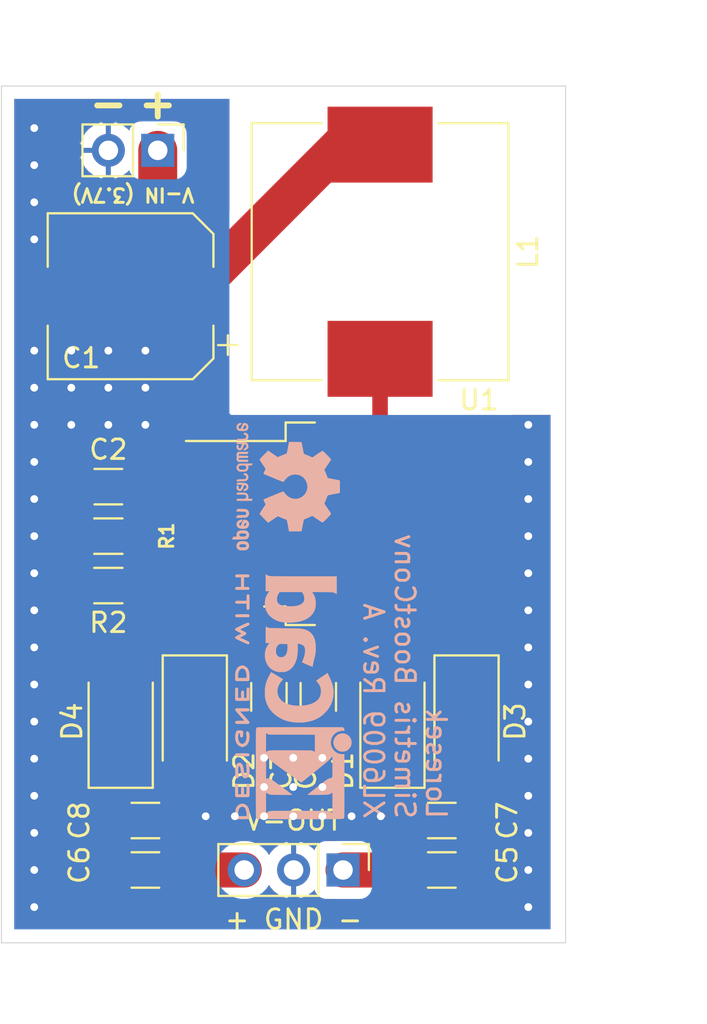
<source format=kicad_pcb>
(kicad_pcb (version 20220621) (generator pcbnew)
  (layers (0 "F.Cu" signal) (31 "B.Cu" signal) (34 "B.Paste" user) (35 "F.Paste" user) (36 "B.SilkS" user "B.Silkscreen") (37 "F.SilkS" user "F.Silkscreen") (38 "B.Mask" user) (39 "F.Mask" user) (44 "Edge.Cuts" user))
  (net 0 "")
  (net 1 "Net-(C1-Pad1)")
  (net 2 "GND")
  (net 3 "Net-(C3-Pad1)")
  (net 4 "Net-(C3-Pad2)")
  (net 5 "Net-(C4-Pad1)")
  (net 6 "Net-(R1-Pad1)")
  (net 7 "Net-(C5-Pad1)")
  (net 8 "Net-(C6-Pad2)")
  (footprint "Capacitor_SMD:CP_Elec_8x6.5" (layer "F.Cu") (at 88.138 82.296 180)
    (fp_text reference "C1" (at 2.54 -3.175) (layer "F.SilkS"))
    (fp_text value "330u")
    (pad "1" smd roundrect locked (at -3.05 0 180) (size 4 2.5) (layers "F.Cu" "F.Paste" "F.Mask") (roundrect_rratio 0.1) (net 1 "Net-(C1-Pad1)"))
    (pad "2" smd roundrect locked (at 3.05 0 180) (size 4 2.5) (layers "F.Cu" "F.Paste" "F.Mask") (roundrect_rratio 0.1) (net 2 "GND"))
  )
  (footprint "Capacitor_SMD:C_1206_3216Metric_Pad1.33x1.80mm_HandSolder" (layer "F.Cu") (at 86.995 92.075)
    (fp_text reference "C2" (at 0 -1.905) (layer "F.SilkS"))
    (fp_text value "10u")
    (pad "1" smd roundrect locked (at -1.5625 0) (size 1.325 1.8) (layers "F.Cu" "F.Paste" "F.Mask") (roundrect_rratio 0.188679) (net 2 "GND"))
    (pad "2" smd roundrect locked (at 1.5625 0) (size 1.325 1.8) (layers "F.Cu" "F.Paste" "F.Mask") (roundrect_rratio 0.188679) (net 1 "Net-(C1-Pad1)"))
  )
  (footprint "Capacitor_SMD:C_1206_3216Metric_Pad1.33x1.80mm_HandSolder" (layer "F.Cu") (at 97.79 102.87 90)
    (fp_text reference "C3" (at -3.81 -1.905 90) (layer "F.SilkS"))
    (fp_text value "10u")
    (pad "1" smd roundrect locked (at -1.5625 0 90) (size 1.325 1.8) (layers "F.Cu" "F.Paste" "F.Mask") (roundrect_rratio 0.188679) (net 3 "Net-(C3-Pad1)"))
    (pad "2" smd roundrect locked (at 1.5625 0 90) (size 1.325 1.8) (layers "F.Cu" "F.Paste" "F.Mask") (roundrect_rratio 0.188679) (net 4 "Net-(C3-Pad2)"))
  )
  (footprint "Capacitor_SMD:C_1206_3216Metric_Pad1.33x1.80mm_HandSolder" (layer "F.Cu") (at 95.25 102.87 90)
    (fp_text reference "C4" (at -3.81 1.905 90) (layer "F.SilkS"))
    (fp_text value "10u")
    (pad "1" smd roundrect locked (at -1.5625 0 90) (size 1.325 1.8) (layers "F.Cu" "F.Paste" "F.Mask") (roundrect_rratio 0.188679) (net 5 "Net-(C4-Pad1)"))
    (pad "2" smd roundrect locked (at 1.5625 0 90) (size 1.325 1.8) (layers "F.Cu" "F.Paste" "F.Mask") (roundrect_rratio 0.188679) (net 4 "Net-(C3-Pad2)"))
  )
  (footprint "Capacitor_SMD:C_1206_3216Metric_Pad1.33x1.80mm_HandSolder" (layer "F.Cu") (at 104.14 111.76)
    (fp_text reference "C5" (at 3.36 -0.26 90) (layer "F.SilkS"))
    (fp_text value "10u")
    (pad "1" smd roundrect locked (at -1.5625 0) (size 1.325 1.8) (layers "F.Cu" "F.Paste" "F.Mask") (roundrect_rratio 0.188679) (net 7 "Net-(C5-Pad1)"))
    (pad "2" smd roundrect locked (at 1.5625 0) (size 1.325 1.8) (layers "F.Cu" "F.Paste" "F.Mask") (roundrect_rratio 0.188679) (net 2 "GND"))
  )
  (footprint "Capacitor_SMD:C_1206_3216Metric_Pad1.33x1.80mm_HandSolder" (layer "F.Cu") (at 88.9 111.76)
    (fp_text reference "C6" (at -3.4 -0.26 90) (layer "F.SilkS"))
    (fp_text value "10u")
    (pad "1" smd roundrect locked (at -1.5625 0) (size 1.325 1.8) (layers "F.Cu" "F.Paste" "F.Mask") (roundrect_rratio 0.188679) (net 2 "GND"))
    (pad "2" smd roundrect locked (at 1.5625 0) (size 1.325 1.8) (layers "F.Cu" "F.Paste" "F.Mask") (roundrect_rratio 0.188679) (net 8 "Net-(C6-Pad2)"))
  )
  (footprint "Capacitor_SMD:C_1206_3216Metric_Pad1.33x1.80mm_HandSolder" (layer "F.Cu") (at 104.14 109.22)
    (fp_text reference "C7" (at 3.36 0 90) (layer "F.SilkS"))
    (fp_text value "10u")
    (pad "1" smd roundrect locked (at -1.5625 0) (size 1.325 1.8) (layers "F.Cu" "F.Paste" "F.Mask") (roundrect_rratio 0.188679) (net 7 "Net-(C5-Pad1)"))
    (pad "2" smd roundrect locked (at 1.5625 0) (size 1.325 1.8) (layers "F.Cu" "F.Paste" "F.Mask") (roundrect_rratio 0.188679) (net 2 "GND"))
  )
  (footprint "Capacitor_SMD:C_1206_3216Metric_Pad1.33x1.80mm_HandSolder" (layer "F.Cu") (at 88.9 109.22)
    (fp_text reference "C8" (at -3.4 0 90) (layer "F.SilkS"))
    (fp_text value "10u")
    (pad "1" smd roundrect locked (at -1.5625 0) (size 1.325 1.8) (layers "F.Cu" "F.Paste" "F.Mask") (roundrect_rratio 0.188679) (net 2 "GND"))
    (pad "2" smd roundrect locked (at 1.5625 0) (size 1.325 1.8) (layers "F.Cu" "F.Paste" "F.Mask") (roundrect_rratio 0.188679) (net 8 "Net-(C6-Pad2)"))
  )
  (footprint "Diode_SMD:D_SMA" (layer "F.Cu") (at 101.6 104.14 90)
    (fp_text reference "D1" (at -2.54 -2.54 90) (layer "F.SilkS"))
    (fp_text value "SS34")
    (pad "1" smd rect locked (at -2 0 90) (size 2.5 1.8) (layers "F.Cu" "F.Paste" "F.Mask") (net 2 "GND"))
    (pad "2" smd rect locked (at 2 0 90) (size 2.5 1.8) (layers "F.Cu" "F.Paste" "F.Mask") (net 3 "Net-(C3-Pad1)"))
  )
  (footprint "Diode_SMD:D_SMA" (layer "F.Cu") (at 91.44 104.14 -90)
    (fp_text reference "D2" (at 2.54 -2.54 90) (layer "F.SilkS"))
    (fp_text value "SS34")
    (pad "1" smd rect locked (at -2 0 270) (size 2.5 1.8) (layers "F.Cu" "F.Paste" "F.Mask") (net 5 "Net-(C4-Pad1)"))
    (pad "2" smd rect locked (at 2 0 270) (size 2.5 1.8) (layers "F.Cu" "F.Paste" "F.Mask") (net 2 "GND"))
  )
  (footprint "Diode_SMD:D_SMA" (layer "F.Cu") (at 105.41 104.14 -90)
    (fp_text reference "D3" (at 0 -2.5 90) (layer "F.SilkS"))
    (fp_text value "SS34")
    (pad "1" smd rect locked (at -2 0 270) (size 2.5 1.8) (layers "F.Cu" "F.Paste" "F.Mask") (net 3 "Net-(C3-Pad1)"))
    (pad "2" smd rect locked (at 2 0 270) (size 2.5 1.8) (layers "F.Cu" "F.Paste" "F.Mask") (net 7 "Net-(C5-Pad1)"))
  )
  (footprint "Diode_SMD:D_SMA" (layer "F.Cu") (at 87.63 104.14 90)
    (fp_text reference "D4" (at 0 -2.5 90) (layer "F.SilkS"))
    (fp_text value "SS34")
    (pad "1" smd rect locked (at -2 0 90) (size 2.5 1.8) (layers "F.Cu" "F.Paste" "F.Mask") (net 8 "Net-(C6-Pad2)"))
    (pad "2" smd rect locked (at 2 0 90) (size 2.5 1.8) (layers "F.Cu" "F.Paste" "F.Mask") (net 5 "Net-(C4-Pad1)"))
  )
  (footprint "Connector_PinHeader_2.54mm:PinHeader_1x03_P2.54mm_Vertical" (layer "F.Cu") (at 99.06 111.76 -90)
    (fp_text reference "J2" hide)
    (fp_text value "Conn_01x03_Female")
    (pad "1" thru_hole rect locked (at 0 0 270) (size 1.7 1.7) (drill 1) (layers *.Cu *.Mask) (net 7 "Net-(C5-Pad1)"))
    (pad "2" thru_hole oval locked (at 0 2.54 270) (size 1.7 1.7) (drill 1) (layers *.Cu *.Mask) (net 2 "GND"))
    (pad "3" thru_hole oval locked (at 0 5.08 270) (size 1.7 1.7) (drill 1) (layers *.Cu *.Mask) (net 8 "Net-(C6-Pad2)"))
  )
  (footprint "Inductor_SMD:L_Neosid_SM-NE127_HandSoldering" (layer "F.Cu") (at 100.965 80.01 -90)
    (fp_text reference "L1" (at 0 -7.6 90) (layer "F.SilkS"))
    (fp_text value "22uH / 2A")
    (pad "1" smd rect locked (at -5.5 0 270) (size 3.9 5.4) (layers "F.Cu" "F.Paste" "F.Mask") (net 1 "Net-(C1-Pad1)"))
    (pad "2" smd rect locked (at 5.5 0 270) (size 3.9 5.4) (layers "F.Cu" "F.Paste" "F.Mask") (net 4 "Net-(C3-Pad2)"))
  )
  (footprint "Resistor_SMD:R_1206_3216Metric" (layer "F.Cu") (at 86.995 94.615 180)
    (fp_text reference "R1" (at -3.005 0 90) (layer "F.SilkS") (effects (font (size 0.7 0.7))))
    (fp_text value "RFB2")
    (pad "1" smd roundrect locked (at -1.4625 0 180) (size 1.125 1.75) (layers "F.Cu" "F.Paste" "F.Mask") (roundrect_rratio 0.222222) (net 6 "Net-(R1-Pad1)"))
    (pad "2" smd roundrect locked (at 1.4625 0 180) (size 1.125 1.75) (layers "F.Cu" "F.Paste" "F.Mask") (roundrect_rratio 0.222222) (net 2 "GND"))
  )
  (footprint "Resistor_SMD:R_1206_3216Metric" (layer "F.Cu") (at 86.995 97.155)
    (fp_text reference "R2" (at 0 1.905) (layer "F.SilkS"))
    (fp_text value "RFB1")
    (pad "1" smd roundrect locked (at -1.4625 0) (size 1.125 1.75) (layers "F.Cu" "F.Paste" "F.Mask") (roundrect_rratio 0.222222) (net 8 "Net-(C6-Pad2)"))
    (pad "2" smd roundrect locked (at 1.4625 0) (size 1.125 1.75) (layers "F.Cu" "F.Paste" "F.Mask") (roundrect_rratio 0.222222) (net 6 "Net-(R1-Pad1)"))
  )
  (footprint "Package_TO_SOT_SMD:TO-263-5_TabPin3" (layer "F.Cu") (at 99.06 93.98)
    (fp_text reference "U1" (at 6.985 -6.35) (layer "F.SilkS"))
    (fp_text value "XL6009")
    (pad "1" smd rect locked (at -5.775 -3.4) (size 4.6 1.1) (layers "F.Cu" "F.Paste" "F.Mask") (net 2 "GND"))
    (pad "2" smd rect locked (at -5.775 -1.7) (size 4.6 1.1) (layers "F.Cu" "F.Paste" "F.Mask") (net 1 "Net-(C1-Pad1)"))
    (pad "3" smd rect locked (at -5.775 0) (size 4.6 1.1) (layers "F.Cu" "F.Paste" "F.Mask") (net 4 "Net-(C3-Pad2)"))
    (pad "3" smd rect locked (at 3.375 0) (size 9.4 10.8) (layers "F.Cu" "F.Mask") (net 4 "Net-(C3-Pad2)"))
    (pad "4" smd rect locked (at -5.775 1.7) (size 4.6 1.1) (layers "F.Cu" "F.Paste" "F.Mask") (net 1 "Net-(C1-Pad1)"))
    (pad "5" smd rect locked (at -5.775 3.4) (size 4.6 1.1) (layers "F.Cu" "F.Paste" "F.Mask") (net 6 "Net-(R1-Pad1)"))
  )
  (footprint "Connector_PinHeader_2.54mm:PinHeader_1x02_P2.54mm_Vertical" (layer "F.Cu") (at 89.535 74.803 -90)
    (fp_text reference "J1" hide)
    (fp_text value "Conn_01x02_Female")
    (pad "1" thru_hole rect locked (at 0 0 270) (size 1.7 1.7) (drill 1) (layers *.Cu *.Mask) (net 1 "Net-(C1-Pad1)"))
    (pad "2" thru_hole oval locked (at 0 2.54 270) (size 1.7 1.7) (drill 1) (layers *.Cu *.Mask) (net 2 "GND"))
  )
  (footprint "Symbol:KiCad-Logo2_5mm_SilkScreen" (layer "B.Cu") (at 96.52 102.87 90)
    (fp_text reference "REF**" hide)
    (fp_text value "KiCad-Logo2_5mm_SilkScreen" hide)
  )
  (footprint "Symbol:OSHW-Logo2_7.3x6mm_SilkScreen" (layer "B.Cu") (at 96.139 92.075 90)
    (fp_text reference "REF**" hide)
    (fp_text value "OSHW-Logo2_7.3x6mm_SilkScreen" hide)
  )
  (gr_line (start 81.5 115.5) (end 81.5 71.5) (stroke (width 0.05)) (layer "Edge.Cuts"))
  (gr_line (start 110.5 115.5) (end 81.5 115.5) (stroke (width 0.05)) (layer "Edge.Cuts"))
  (gr_line (start 110.5 71.5) (end 110.5 115.5) (stroke (width 0.05)) (layer "Edge.Cuts"))
  (gr_line (start 81.5 71.5) (end 110.5 71.5) (stroke (width 0.05)) (layer "Edge.Cuts"))
  (gr_text "Loresek\nSimetris BoostConv\nXL6009 Rev. A" (at 102.235 109.22 -90) (layer "B.SilkS") (effects (font (size 1 1)) (justify left mirror)))
  (gr_text "+ GND -" (at 96.52 114.3) (layer "F.SilkS") (effects (font (size 1 1))))
  (gr_text "V-IN (3.7V)" (at 88.265 77.089 180) (layer "F.SilkS") (effects (font (size 0.7 0.7))))
  (gr_text "-" (at 86.995 72.39) (layer "F.SilkS") (effects (font (size 1.5 1.5) (thickness 0.3))))
  (gr_text "V-OUT" (at 96.52 109.22) (layer "F.SilkS") (effects (font (size 1 1))))
  (gr_text "+" (at 89.535 72.39) (layer "F.SilkS") (effects (font (size 1.5 1.5) (thickness 0.3))))
  (segment (start 90.17 92.075) (end 90.17 95.665) (width 0.8) (layer "F.Cu") (net 1))
  (segment (start 96.52 91.44) (end 95.68 92.28) (width 0.8) (layer "F.Cu") (net 1))
  (segment (start 93.08 92.075) (end 93.285 92.28) (width 0.8) (layer "F.Cu") (net 1))
  (segment (start 90.185 95.68) (end 93.285 95.68) (width 0.8) (layer "F.Cu") (net 1))
  (segment (start 88.5575 92.075) (end 90.17 92.075) (width 0.8) (layer "F.Cu") (net 1))
  (segment (start 89.535 74.803) (end 89.535 80.643) (width 2) (layer "F.Cu") (net 1))
  (segment (start 90.17 95.665) (end 90.185 95.68) (width 0.8) (layer "F.Cu") (net 1))
  (segment (start 89.965 92.28) (end 89.965 94.91) (width 0.25) (layer "F.Cu") (net 1))
  (segment (start 92.075 88.9) (end 95.885 88.9) (width 0.8) (layer "F.Cu") (net 1))
  (segment (start 100.965 74.51) (end 98.974 74.51) (width 2) (layer "F.Cu") (net 1))
  (segment (start 89.965 94.91) (end 90.735 95.68) (width 0.25) (layer "F.Cu") (net 1))
  (segment (start 88.7625 92.28) (end 88.5575 92.075) (width 0.25) (layer "F.Cu") (net 1))
  (segment (start 96.52 89.535) (end 96.52 91.44) (width 0.8) (layer "F.Cu") (net 1))
  (segment (start 95.68 92.28) (end 93.285 92.28) (width 0.8) (layer "F.Cu") (net 1))
  (segment (start 93.285 92.28) (end 89.965 92.28) (width 0.25) (layer "F.Cu") (net 1))
  (segment (start 91.188 82.296) (end 91.188 88.013) (width 0.8) (layer "F.Cu") (net 1))
  (segment (start 89.965 92.28) (end 88.7625 92.28) (width 0.25) (layer "F.Cu") (net 1))
  (segment (start 95.885 88.9) (end 96.52 89.535) (width 0.8) (layer "F.Cu") (net 1))
  (segment (start 90.735 95.68) (end 93.285 95.68) (width 0.25) (layer "F.Cu") (net 1))
  (segment (start 90.17 92.075) (end 93.08 92.075) (width 0.8) (layer "F.Cu") (net 1))
  (segment (start 89.535 80.643) (end 91.188 82.296) (width 2) (layer "F.Cu") (net 1))
  (segment (start 91.188 88.013) (end 92.075 88.9) (width 0.8) (layer "F.Cu") (net 1))
  (segment (start 98.974 74.51) (end 91.188 82.296) (width 2) (layer "F.Cu") (net 1))
  (via (at 88.9 88.9) (size 0.8) (drill 0.4) (layers "F.Cu" "B.Cu") (net 2))
  (via (at 83.185 73.66) (size 0.8) (drill 0.4) (layers "F.Cu" "B.Cu") (net 2))
  (via (at 101 109) (size 0.8) (drill 0.4) (layers "F.Cu" "B.Cu") (net 2))
  (via (at 95 109) (size 0.8) (drill 0.4) (layers "F.Cu" "B.Cu") (net 2))
  (via (at 95 106) (size 0.8) (drill 0.4) (layers "F.Cu" "B.Cu") (net 2))
  (via (at 98 109) (size 0.8) (drill 0.4) (layers "F.Cu" "B.Cu") (net 2))
  (via (at 83.185 106.045) (size 0.8) (drill 0.4) (layers "F.Cu" "B.Cu") (net 2))
  (via (at 98 107.5) (size 0.8) (drill 0.4) (layers "F.Cu" "B.Cu") (net 2))
  (via (at 83.185 88.9) (size 0.8) (drill 0.4) (layers "F.Cu" "B.Cu") (net 2))
  (via (at 86.995 88.9) (size 0.8) (drill 0.4) (layers "F.Cu" "B.Cu") (net 2))
  (via (at 108.585 88.9) (size 0.8) (drill 0.4) (layers "F.Cu" "B.Cu") (net 2))
  (via (at 83.185 111.76) (size 0.8) (drill 0.4) (layers "F.Cu" "B.Cu") (net 2))
  (via (at 83.185 79.375) (size 0.8) (drill 0.4) (layers "F.Cu" "B.Cu") (net 2))
  (via (at 83.185 94.615) (size 0.8) (drill 0.4) (layers "F.Cu" "B.Cu") (net 2))
  (via (at 83.185 100.33) (size 0.8) (drill 0.4) (layers "F.Cu" "B.Cu") (net 2))
  (via (at 108.585 111.76) (size 0.8) (drill 0.4) (layers "F.Cu" "B.Cu") (net 2))
  (via (at 83.185 109.855) (size 0.8) (drill 0.4) (layers "F.Cu" "B.Cu") (net 2))
  (via (at 86.995 86.995) (size 0.8) (drill 0.4) (layers "F.Cu" "B.Cu") (net 2))
  (via (at 83.185 85.09) (size 0.8) (drill 0.4) (layers "F.Cu" "B.Cu") (net 2))
  (via (at 108.585 94.615) (size 0.8) (drill 0.4) (layers "F.Cu" "B.Cu") (net 2))
  (via (at 108.585 90.805) (size 0.8) (drill 0.4) (layers "F.Cu" "B.Cu") (net 2))
  (via (at 108.585 107.95) (size 0.8) (drill 0.4) (layers "F.Cu" "B.Cu") (net 2))
  (via (at 88.9 85.09) (size 0.8) (drill 0.4) (layers "F.Cu" "B.Cu") (net 2))
  (via (at 108.585 100.33) (size 0.8) (drill 0.4) (layers "F.Cu" "B.Cu") (net 2))
  (via (at 99.5 109) (size 0.8) (drill 0.4) (layers "F.Cu" "B.Cu") (net 2))
  (via (at 85.09 88.9) (size 0.8) (drill 0.4) (layers "F.Cu" "B.Cu") (net 2))
  (via (at 83.185 104.14) (size 0.8) (drill 0.4) (layers "F.Cu" "B.Cu") (net 2))
  (via (at 95 107.5) (size 0.8) (drill 0.4) (layers "F.Cu" "B.Cu") (net 2))
  (via (at 83.185 75.565) (size 0.8) (drill 0.4) (layers "F.Cu" "B.Cu") (net 2))
  (via (at 83.185 86.995) (size 0.8) (drill 0.4) (layers "F.Cu" "B.Cu") (net 2))
  (via (at 108.585 104.14) (size 0.8) (drill 0.4) (layers "F.Cu" "B.Cu") (net 2))
  (via (at 83.185 92.71) (size 0.8) (drill 0.4) (layers "F.Cu" "B.Cu") (net 2))
  (via (at 83.185 77.47) (size 0.8) (drill 0.4) (layers "F.Cu" "B.Cu") (net 2))
  (via (at 108.585 98.425) (size 0.8) (drill 0.4) (layers "F.Cu" "B.Cu") (net 2))
  (via (at 83.185 113.665) (size 0.8) (drill 0.4) (layers "F.Cu" "B.Cu") (net 2))
  (via (at 85.09 86.995) (size 0.8) (drill 0.4) (layers "F.Cu" "B.Cu") (net 2))
  (via (at 96.5 107.5) (size 0.8) (drill 0.4) (layers "F.Cu" "B.Cu") (net 2))
  (via (at 83.185 102.235) (size 0.8) (drill 0.4) (layers "F.Cu" "B.Cu") (net 2))
  (via (at 98 106) (size 0.8) (drill 0.4) (layers "F.Cu" "B.Cu") (net 2))
  (via (at 108.585 109.855) (size 0.8) (drill 0.4) (layers "F.Cu" "B.Cu") (net 2))
  (via (at 92 109) (size 0.8) (drill 0.4) (layers "F.Cu" "B.Cu") (net 2))
  (via (at 88.9 86.995) (size 0.8) (drill 0.4) (layers "F.Cu" "B.Cu") (net 2))
  (via (at 83.185 90.805) (size 0.8) (drill 0.4) (layers "F.Cu" "B.Cu") (net 2))
  (via (at 108.585 102.235) (size 0.8) (drill 0.4) (layers "F.Cu" "B.Cu") (net 2))
  (via (at 83.185 96.52) (size 0.8) (drill 0.4) (layers "F.Cu" "B.Cu") (net 2))
  (via (at 108.585 113.665) (size 0.8) (drill 0.4) (layers "F.Cu" "B.Cu") (net 2))
  (via (at 96.5 109) (size 0.8) (drill 0.4) (layers "F.Cu" "B.Cu") (net 2))
  (via (at 96.5 106) (size 0.8) (drill 0.4) (layers "F.Cu" "B.Cu") (net 2))
  (via (at 108.585 106.045) (size 0.8) (drill 0.4) (layers "F.Cu" "B.Cu") (net 2))
  (via (at 108.585 96.52) (size 0.8) (drill 0.4) (layers "F.Cu" "B.Cu") (net 2))
  (via (at 93.5 109) (size 0.8) (drill 0.4) (layers "F.Cu" "B.Cu") (net 2))
  (via (at 83.185 98.425) (size 0.8) (drill 0.4) (layers "F.Cu" "B.Cu") (net 2))
  (via (at 86.995 85.09) (size 0.8) (drill 0.4) (layers "F.Cu" "B.Cu") (net 2))
  (via (at 83.185 107.95) (size 0.8) (drill 0.4) (layers "F.Cu" "B.Cu") (net 2))
  (via (at 85.09 85.09) (size 0.8) (drill 0.4) (layers "F.Cu" "B.Cu") (net 2))
  (via (at 108.585 92.71) (size 0.8) (drill 0.4) (layers "F.Cu" "B.Cu") (net 2))
  (segment (start 105.41 102.14) (end 101.6 102.14) (width 2) (layer "F.Cu") (net 3))
  (segment (start 97.79 104.4325) (end 98.5675 104.4325) (width 2) (layer "F.Cu") (net 3))
  (segment (start 98.5675 104.4325) (end 100.86 102.14) (width 2) (layer "F.Cu") (net 3))
  (segment (start 100.86 102.14) (end 101.6 102.14) (width 2) (layer "F.Cu") (net 3))
  (segment (start 97.79 98.625) (end 102.435 93.98) (width 0.8) (layer "F.Cu") (net 4))
  (segment (start 93.285 93.98) (end 102.435 93.98) (width 0.8) (layer "F.Cu") (net 4))
  (segment (start 100.965 92.51) (end 102.435 93.98) (width 0.8) (layer "F.Cu") (net 4))
  (segment (start 100.965 85.51) (end 100.965 92.51) (width 0.8) (layer "F.Cu") (net 4))
  (segment (start 97.79 101.3075) (end 97.79 98.625) (width 0.8) (layer "F.Cu") (net 4))
  (segment (start 102.435 93.98) (end 102.235 93.98) (width 0.25) (layer "F.Cu") (net 4))
  (segment (start 97.79 101.3075) (end 95.25 101.3075) (width 0.8) (layer "F.Cu") (net 4))
  (segment (start 87.63 102.14) (end 91.44 102.14) (width 2) (layer "F.Cu") (net 5))
  (segment (start 92.14 102.14) (end 91.44 102.14) (width 2) (layer "F.Cu") (net 5))
  (segment (start 95.25 104.4325) (end 94.4325 104.4325) (width 2) (layer "F.Cu") (net 5))
  (segment (start 94.4325 104.4325) (end 92.14 102.14) (width 2) (layer "F.Cu") (net 5))
  (segment (start 88.4575 94.615) (end 88.4575 97.155) (width 0.8) (layer "F.Cu") (net 6))
  (segment (start 93.285 97.38) (end 88.6825 97.38) (width 0.8) (layer "F.Cu") (net 6))
  (segment (start 88.6825 97.38) (end 88.4575 97.155) (width 0.8) (layer "F.Cu") (net 6))
  (segment (start 99.06 111.76) (end 102.5775 111.76) (width 1.8) (layer "F.Cu") (net 7))
  (segment (start 102.5775 109.22) (end 102.5775 108.9725) (width 1.8) (layer "F.Cu") (net 7))
  (segment (start 102.5775 108.9725) (end 105.41 106.14) (width 1.8) (layer "F.Cu") (net 7))
  (segment (start 102.5775 109.22) (end 102.5775 111.76) (width 1.8) (layer "F.Cu") (net 7))
  (segment (start 87.63 106.14) (end 85.82 106.14) (width 0.25) (layer "F.Cu") (net 8))
  (segment (start 90.4625 109.22) (end 90.4625 108.9725) (width 1.8) (layer "F.Cu") (net 8))
  (segment (start 93.98 111.76) (end 90.4625 111.76) (width 1.8) (layer "F.Cu") (net 8))
  (segment (start 90.4625 108.9725) (end 87.63 106.14) (width 1.8) (layer "F.Cu") (net 8))
  (segment (start 85.82 106.14) (end 85.5325 105.8525) (width 0.25) (layer "F.Cu") (net 8))
  (segment (start 90.4625 111.76) (end 90.4625 109.22) (width 1.8) (layer "F.Cu") (net 8))
  (segment (start 85.5325 105.8525) (end 85.5325 97.155) (width 0.25) (layer "F.Cu") (net 8))
  (zone (net 0) (net_name "") (layer "F.Cu") (connect_pads (clearance 0)) (min_thickness 0.254)
    (keepout (tracks not_allowed) (vias not_allowed) (pads allowed) (copperpour not_allowed) (footprints allowed))
    (fill (thermal_gap 0.508) (thermal_bridge_width 0.508))
    (polygon (pts (xy 109.855 88.265) (xy 93.345 88.265) (xy 93.345 71.755) (xy 109.855 71.755)))
  )
  (zone (net 2) (net_name "GND") (layer "F.Cu") (connect_pads (clearance 0.508)) (min_thickness 0.254) (fill yes (thermal_gap 0.508) (thermal_bridge_width 0.508))
    (polygon (pts (xy 109.855 114.935) (xy 81.915 114.935) (xy 81.915 71.755) (xy 109.855 71.755)))
  )
  (zone (net 2) (net_name "GND") (layer "B.Cu") (connect_pads (clearance 0.508)) (min_thickness 0.254) (fill yes (thermal_gap 0.508) (thermal_bridge_width 0.508))
    (polygon (pts (xy 109.855 114.935) (xy 81.915 114.935) (xy 81.915 71.755) (xy 109.855 71.755)))
  )
  (zone (net 0) (net_name "") (layer "B.Cu") (connect_pads (clearance 0)) (min_thickness 0.254)
    (keepout (tracks not_allowed) (vias not_allowed) (pads allowed) (copperpour not_allowed) (footprints allowed))
    (fill (thermal_gap 0.508) (thermal_bridge_width 0.508))
    (polygon (pts (xy 109.855 88.265) (xy 93.345 88.265) (xy 93.345 71.755) (xy 109.855 71.755)))
  )
)
</source>
